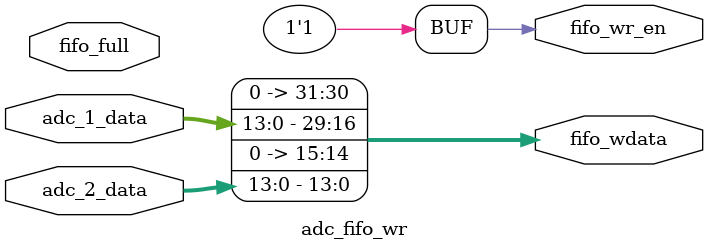
<source format=sv>
`timescale 1ns / 1ps

module adc_fifo_wr(

    input logic [13:0]      adc_1_data, adc_2_data,

    output logic [31:0]     fifo_wdata,
    output logic            fifo_wr_en,
    input logic             fifo_full
);

assign fifo_wr_en = 1'b1;

assign fifo_wdata = { 2'b00, adc_1_data, 2'b00, adc_2_data };

endmodule : adc_fifo_wr

</source>
